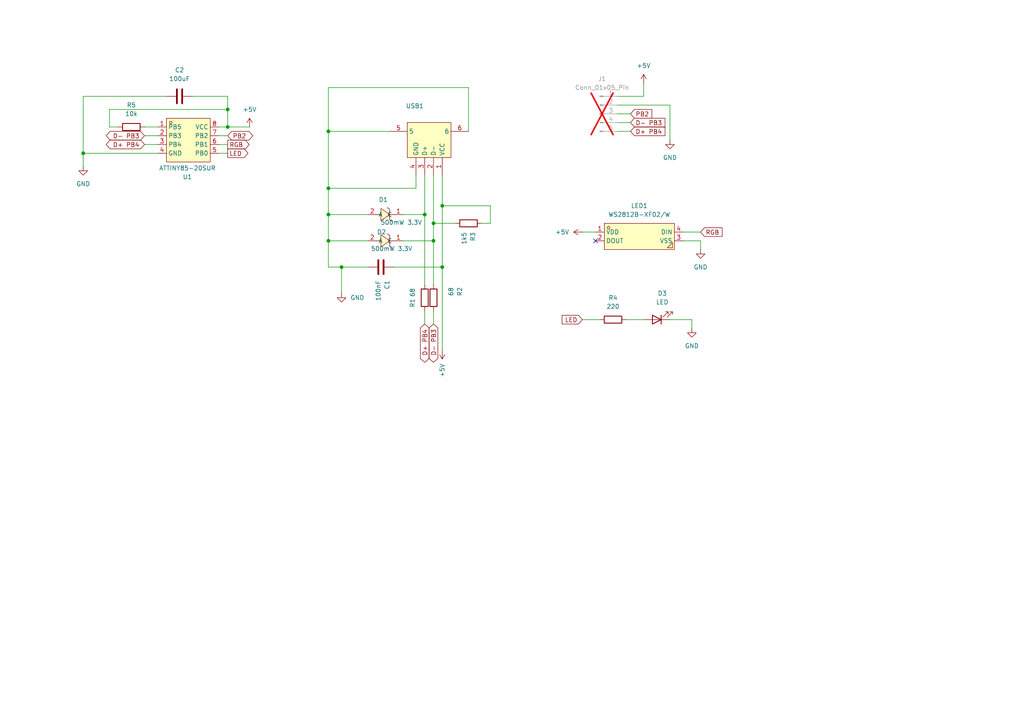
<source format=kicad_sch>
(kicad_sch
	(version 20231120)
	(generator "eeschema")
	(generator_version "8.0")
	(uuid "4b505704-58d7-4332-ae15-1331ebc8e354")
	(paper "A4")
	(lib_symbols
		(symbol "Connector:Conn_01x05_Pin"
			(pin_names
				(offset 1.016) hide)
			(exclude_from_sim no)
			(in_bom yes)
			(on_board yes)
			(property "Reference" "J"
				(at 0 7.62 0)
				(effects
					(font
						(size 1.27 1.27)
					)
				)
			)
			(property "Value" "Conn_01x05_Pin"
				(at 0 -7.62 0)
				(effects
					(font
						(size 1.27 1.27)
					)
				)
			)
			(property "Footprint" ""
				(at 0 0 0)
				(effects
					(font
						(size 1.27 1.27)
					)
					(hide yes)
				)
			)
			(property "Datasheet" "~"
				(at 0 0 0)
				(effects
					(font
						(size 1.27 1.27)
					)
					(hide yes)
				)
			)
			(property "Description" "Generic connector, single row, 01x05, script generated"
				(at 0 0 0)
				(effects
					(font
						(size 1.27 1.27)
					)
					(hide yes)
				)
			)
			(property "ki_locked" ""
				(at 0 0 0)
				(effects
					(font
						(size 1.27 1.27)
					)
				)
			)
			(property "ki_keywords" "connector"
				(at 0 0 0)
				(effects
					(font
						(size 1.27 1.27)
					)
					(hide yes)
				)
			)
			(property "ki_fp_filters" "Connector*:*_1x??_*"
				(at 0 0 0)
				(effects
					(font
						(size 1.27 1.27)
					)
					(hide yes)
				)
			)
			(symbol "Conn_01x05_Pin_1_1"
				(polyline
					(pts
						(xy 1.27 -5.08) (xy 0.8636 -5.08)
					)
					(stroke
						(width 0.1524)
						(type default)
					)
					(fill
						(type none)
					)
				)
				(polyline
					(pts
						(xy 1.27 -2.54) (xy 0.8636 -2.54)
					)
					(stroke
						(width 0.1524)
						(type default)
					)
					(fill
						(type none)
					)
				)
				(polyline
					(pts
						(xy 1.27 0) (xy 0.8636 0)
					)
					(stroke
						(width 0.1524)
						(type default)
					)
					(fill
						(type none)
					)
				)
				(polyline
					(pts
						(xy 1.27 2.54) (xy 0.8636 2.54)
					)
					(stroke
						(width 0.1524)
						(type default)
					)
					(fill
						(type none)
					)
				)
				(polyline
					(pts
						(xy 1.27 5.08) (xy 0.8636 5.08)
					)
					(stroke
						(width 0.1524)
						(type default)
					)
					(fill
						(type none)
					)
				)
				(rectangle
					(start 0.8636 -4.953)
					(end 0 -5.207)
					(stroke
						(width 0.1524)
						(type default)
					)
					(fill
						(type outline)
					)
				)
				(rectangle
					(start 0.8636 -2.413)
					(end 0 -2.667)
					(stroke
						(width 0.1524)
						(type default)
					)
					(fill
						(type outline)
					)
				)
				(rectangle
					(start 0.8636 0.127)
					(end 0 -0.127)
					(stroke
						(width 0.1524)
						(type default)
					)
					(fill
						(type outline)
					)
				)
				(rectangle
					(start 0.8636 2.667)
					(end 0 2.413)
					(stroke
						(width 0.1524)
						(type default)
					)
					(fill
						(type outline)
					)
				)
				(rectangle
					(start 0.8636 5.207)
					(end 0 4.953)
					(stroke
						(width 0.1524)
						(type default)
					)
					(fill
						(type outline)
					)
				)
				(pin passive line
					(at 5.08 5.08 180)
					(length 3.81)
					(name "Pin_1"
						(effects
							(font
								(size 1.27 1.27)
							)
						)
					)
					(number "1"
						(effects
							(font
								(size 1.27 1.27)
							)
						)
					)
				)
				(pin passive line
					(at 5.08 2.54 180)
					(length 3.81)
					(name "Pin_2"
						(effects
							(font
								(size 1.27 1.27)
							)
						)
					)
					(number "2"
						(effects
							(font
								(size 1.27 1.27)
							)
						)
					)
				)
				(pin passive line
					(at 5.08 0 180)
					(length 3.81)
					(name "Pin_3"
						(effects
							(font
								(size 1.27 1.27)
							)
						)
					)
					(number "3"
						(effects
							(font
								(size 1.27 1.27)
							)
						)
					)
				)
				(pin passive line
					(at 5.08 -2.54 180)
					(length 3.81)
					(name "Pin_4"
						(effects
							(font
								(size 1.27 1.27)
							)
						)
					)
					(number "4"
						(effects
							(font
								(size 1.27 1.27)
							)
						)
					)
				)
				(pin passive line
					(at 5.08 -5.08 180)
					(length 3.81)
					(name "Pin_5"
						(effects
							(font
								(size 1.27 1.27)
							)
						)
					)
					(number "5"
						(effects
							(font
								(size 1.27 1.27)
							)
						)
					)
				)
			)
		)
		(symbol "Device:C"
			(pin_numbers hide)
			(pin_names
				(offset 0.254)
			)
			(exclude_from_sim no)
			(in_bom yes)
			(on_board yes)
			(property "Reference" "C"
				(at 0.635 2.54 0)
				(effects
					(font
						(size 1.27 1.27)
					)
					(justify left)
				)
			)
			(property "Value" "C"
				(at 0.635 -2.54 0)
				(effects
					(font
						(size 1.27 1.27)
					)
					(justify left)
				)
			)
			(property "Footprint" ""
				(at 0.9652 -3.81 0)
				(effects
					(font
						(size 1.27 1.27)
					)
					(hide yes)
				)
			)
			(property "Datasheet" "~"
				(at 0 0 0)
				(effects
					(font
						(size 1.27 1.27)
					)
					(hide yes)
				)
			)
			(property "Description" "Unpolarized capacitor"
				(at 0 0 0)
				(effects
					(font
						(size 1.27 1.27)
					)
					(hide yes)
				)
			)
			(property "ki_keywords" "cap capacitor"
				(at 0 0 0)
				(effects
					(font
						(size 1.27 1.27)
					)
					(hide yes)
				)
			)
			(property "ki_fp_filters" "C_*"
				(at 0 0 0)
				(effects
					(font
						(size 1.27 1.27)
					)
					(hide yes)
				)
			)
			(symbol "C_0_1"
				(polyline
					(pts
						(xy -2.032 -0.762) (xy 2.032 -0.762)
					)
					(stroke
						(width 0.508)
						(type default)
					)
					(fill
						(type none)
					)
				)
				(polyline
					(pts
						(xy -2.032 0.762) (xy 2.032 0.762)
					)
					(stroke
						(width 0.508)
						(type default)
					)
					(fill
						(type none)
					)
				)
			)
			(symbol "C_1_1"
				(pin passive line
					(at 0 3.81 270)
					(length 2.794)
					(name "~"
						(effects
							(font
								(size 1.27 1.27)
							)
						)
					)
					(number "1"
						(effects
							(font
								(size 1.27 1.27)
							)
						)
					)
				)
				(pin passive line
					(at 0 -3.81 90)
					(length 2.794)
					(name "~"
						(effects
							(font
								(size 1.27 1.27)
							)
						)
					)
					(number "2"
						(effects
							(font
								(size 1.27 1.27)
							)
						)
					)
				)
			)
		)
		(symbol "Device:LED"
			(pin_numbers hide)
			(pin_names
				(offset 1.016) hide)
			(exclude_from_sim no)
			(in_bom yes)
			(on_board yes)
			(property "Reference" "D"
				(at 0 2.54 0)
				(effects
					(font
						(size 1.27 1.27)
					)
				)
			)
			(property "Value" "LED"
				(at 0 -2.54 0)
				(effects
					(font
						(size 1.27 1.27)
					)
				)
			)
			(property "Footprint" ""
				(at 0 0 0)
				(effects
					(font
						(size 1.27 1.27)
					)
					(hide yes)
				)
			)
			(property "Datasheet" "~"
				(at 0 0 0)
				(effects
					(font
						(size 1.27 1.27)
					)
					(hide yes)
				)
			)
			(property "Description" "Light emitting diode"
				(at 0 0 0)
				(effects
					(font
						(size 1.27 1.27)
					)
					(hide yes)
				)
			)
			(property "ki_keywords" "LED diode"
				(at 0 0 0)
				(effects
					(font
						(size 1.27 1.27)
					)
					(hide yes)
				)
			)
			(property "ki_fp_filters" "LED* LED_SMD:* LED_THT:*"
				(at 0 0 0)
				(effects
					(font
						(size 1.27 1.27)
					)
					(hide yes)
				)
			)
			(symbol "LED_0_1"
				(polyline
					(pts
						(xy -1.27 -1.27) (xy -1.27 1.27)
					)
					(stroke
						(width 0.254)
						(type default)
					)
					(fill
						(type none)
					)
				)
				(polyline
					(pts
						(xy -1.27 0) (xy 1.27 0)
					)
					(stroke
						(width 0)
						(type default)
					)
					(fill
						(type none)
					)
				)
				(polyline
					(pts
						(xy 1.27 -1.27) (xy 1.27 1.27) (xy -1.27 0) (xy 1.27 -1.27)
					)
					(stroke
						(width 0.254)
						(type default)
					)
					(fill
						(type none)
					)
				)
				(polyline
					(pts
						(xy -3.048 -0.762) (xy -4.572 -2.286) (xy -3.81 -2.286) (xy -4.572 -2.286) (xy -4.572 -1.524)
					)
					(stroke
						(width 0)
						(type default)
					)
					(fill
						(type none)
					)
				)
				(polyline
					(pts
						(xy -1.778 -0.762) (xy -3.302 -2.286) (xy -2.54 -2.286) (xy -3.302 -2.286) (xy -3.302 -1.524)
					)
					(stroke
						(width 0)
						(type default)
					)
					(fill
						(type none)
					)
				)
			)
			(symbol "LED_1_1"
				(pin passive line
					(at -3.81 0 0)
					(length 2.54)
					(name "K"
						(effects
							(font
								(size 1.27 1.27)
							)
						)
					)
					(number "1"
						(effects
							(font
								(size 1.27 1.27)
							)
						)
					)
				)
				(pin passive line
					(at 3.81 0 180)
					(length 2.54)
					(name "A"
						(effects
							(font
								(size 1.27 1.27)
							)
						)
					)
					(number "2"
						(effects
							(font
								(size 1.27 1.27)
							)
						)
					)
				)
			)
		)
		(symbol "Device:R"
			(pin_numbers hide)
			(pin_names
				(offset 0)
			)
			(exclude_from_sim no)
			(in_bom yes)
			(on_board yes)
			(property "Reference" "R"
				(at 2.032 0 90)
				(effects
					(font
						(size 1.27 1.27)
					)
				)
			)
			(property "Value" "R"
				(at 0 0 90)
				(effects
					(font
						(size 1.27 1.27)
					)
				)
			)
			(property "Footprint" ""
				(at -1.778 0 90)
				(effects
					(font
						(size 1.27 1.27)
					)
					(hide yes)
				)
			)
			(property "Datasheet" "~"
				(at 0 0 0)
				(effects
					(font
						(size 1.27 1.27)
					)
					(hide yes)
				)
			)
			(property "Description" "Resistor"
				(at 0 0 0)
				(effects
					(font
						(size 1.27 1.27)
					)
					(hide yes)
				)
			)
			(property "ki_keywords" "R res resistor"
				(at 0 0 0)
				(effects
					(font
						(size 1.27 1.27)
					)
					(hide yes)
				)
			)
			(property "ki_fp_filters" "R_*"
				(at 0 0 0)
				(effects
					(font
						(size 1.27 1.27)
					)
					(hide yes)
				)
			)
			(symbol "R_0_1"
				(rectangle
					(start -1.016 -2.54)
					(end 1.016 2.54)
					(stroke
						(width 0.254)
						(type default)
					)
					(fill
						(type none)
					)
				)
			)
			(symbol "R_1_1"
				(pin passive line
					(at 0 3.81 270)
					(length 1.27)
					(name "~"
						(effects
							(font
								(size 1.27 1.27)
							)
						)
					)
					(number "1"
						(effects
							(font
								(size 1.27 1.27)
							)
						)
					)
				)
				(pin passive line
					(at 0 -3.81 90)
					(length 1.27)
					(name "~"
						(effects
							(font
								(size 1.27 1.27)
							)
						)
					)
					(number "2"
						(effects
							(font
								(size 1.27 1.27)
							)
						)
					)
				)
			)
		)
		(symbol "easyeda2kicad:ATTINY85-20SUR"
			(exclude_from_sim no)
			(in_bom yes)
			(on_board yes)
			(property "Reference" "U"
				(at 0 8.89 0)
				(effects
					(font
						(size 1.27 1.27)
					)
				)
			)
			(property "Value" "ATTINY85-20SUR"
				(at 0 -8.89 0)
				(effects
					(font
						(size 1.27 1.27)
					)
				)
			)
			(property "Footprint" "easyeda2kicad:SOIC-8_L5.3-W5.3-P1.27-LS8.0-BL"
				(at 0 -11.43 0)
				(effects
					(font
						(size 1.27 1.27)
					)
					(hide yes)
				)
			)
			(property "Datasheet" ""
				(at 0 0 0)
				(effects
					(font
						(size 1.27 1.27)
					)
					(hide yes)
				)
			)
			(property "Description" ""
				(at 0 0 0)
				(effects
					(font
						(size 1.27 1.27)
					)
					(hide yes)
				)
			)
			(property "LCSC Part" "C2693737"
				(at 0 -13.97 0)
				(effects
					(font
						(size 1.27 1.27)
					)
					(hide yes)
				)
			)
			(symbol "ATTINY85-20SUR_0_1"
				(rectangle
					(start -6.35 6.35)
					(end 6.35 -6.35)
					(stroke
						(width 0)
						(type default)
					)
					(fill
						(type background)
					)
				)
				(circle
					(center -5.08 5.08)
					(radius 0.38)
					(stroke
						(width 0)
						(type default)
					)
					(fill
						(type none)
					)
				)
				(pin bidirectional line
					(at -8.89 3.81 0)
					(length 2.54)
					(name "PB5"
						(effects
							(font
								(size 1.27 1.27)
							)
						)
					)
					(number "1"
						(effects
							(font
								(size 1.27 1.27)
							)
						)
					)
				)
				(pin bidirectional line
					(at -8.89 1.27 0)
					(length 2.54)
					(name "PB3"
						(effects
							(font
								(size 1.27 1.27)
							)
						)
					)
					(number "2"
						(effects
							(font
								(size 1.27 1.27)
							)
						)
					)
				)
				(pin bidirectional line
					(at -8.89 -1.27 0)
					(length 2.54)
					(name "PB4"
						(effects
							(font
								(size 1.27 1.27)
							)
						)
					)
					(number "3"
						(effects
							(font
								(size 1.27 1.27)
							)
						)
					)
				)
				(pin power_in line
					(at -8.89 -3.81 0)
					(length 2.54)
					(name "GND"
						(effects
							(font
								(size 1.27 1.27)
							)
						)
					)
					(number "4"
						(effects
							(font
								(size 1.27 1.27)
							)
						)
					)
				)
				(pin bidirectional line
					(at 8.89 -3.81 180)
					(length 2.54)
					(name "PB0"
						(effects
							(font
								(size 1.27 1.27)
							)
						)
					)
					(number "5"
						(effects
							(font
								(size 1.27 1.27)
							)
						)
					)
				)
				(pin bidirectional line
					(at 8.89 -1.27 180)
					(length 2.54)
					(name "PB1"
						(effects
							(font
								(size 1.27 1.27)
							)
						)
					)
					(number "6"
						(effects
							(font
								(size 1.27 1.27)
							)
						)
					)
				)
				(pin bidirectional line
					(at 8.89 1.27 180)
					(length 2.54)
					(name "PB2"
						(effects
							(font
								(size 1.27 1.27)
							)
						)
					)
					(number "7"
						(effects
							(font
								(size 1.27 1.27)
							)
						)
					)
				)
				(pin power_in line
					(at 8.89 3.81 180)
					(length 2.54)
					(name "VCC"
						(effects
							(font
								(size 1.27 1.27)
							)
						)
					)
					(number "8"
						(effects
							(font
								(size 1.27 1.27)
							)
						)
					)
				)
			)
		)
		(symbol "easyeda2kicad:BZT52-C3V3_R1_00001"
			(exclude_from_sim no)
			(in_bom yes)
			(on_board yes)
			(property "Reference" "U"
				(at 0 5.08 0)
				(effects
					(font
						(size 1.27 1.27)
					)
				)
			)
			(property "Value" "BZT52-C3V3_R1_00001"
				(at 0 -5.08 0)
				(effects
					(font
						(size 1.27 1.27)
					)
				)
			)
			(property "Footprint" "easyeda2kicad:SOD-123_L2.7-W1.6-LS3.8-RD"
				(at 0 -7.62 0)
				(effects
					(font
						(size 1.27 1.27)
					)
					(hide yes)
				)
			)
			(property "Datasheet" ""
				(at 0 0 0)
				(effects
					(font
						(size 1.27 1.27)
					)
					(hide yes)
				)
			)
			(property "Description" ""
				(at 0 0 0)
				(effects
					(font
						(size 1.27 1.27)
					)
					(hide yes)
				)
			)
			(property "LCSC Part" "C2912873"
				(at 0 -10.16 0)
				(effects
					(font
						(size 1.27 1.27)
					)
					(hide yes)
				)
			)
			(symbol "BZT52-C3V3_R1_00001_0_1"
				(polyline
					(pts
						(xy -1.27 0) (xy -2.54 0)
					)
					(stroke
						(width 0)
						(type default)
					)
					(fill
						(type none)
					)
				)
				(polyline
					(pts
						(xy 2.54 0) (xy 1.27 0)
					)
					(stroke
						(width 0)
						(type default)
					)
					(fill
						(type none)
					)
				)
				(polyline
					(pts
						(xy -2.03 2.03) (xy -1.27 1.52) (xy -1.27 -1.52) (xy -0.51 -2.03)
					)
					(stroke
						(width 0)
						(type default)
					)
					(fill
						(type none)
					)
				)
				(polyline
					(pts
						(xy 1.27 1.78) (xy -1.27 0) (xy 1.27 -1.78) (xy 1.27 1.78)
					)
					(stroke
						(width 0)
						(type default)
					)
					(fill
						(type background)
					)
				)
				(pin passive line
					(at -5.08 0 0)
					(length 2.54)
					(name "C"
						(effects
							(font
								(size 1.27 1.27)
							)
						)
					)
					(number "1"
						(effects
							(font
								(size 1.27 1.27)
							)
						)
					)
				)
				(pin passive line
					(at 5.08 0 180)
					(length 2.54)
					(name "A"
						(effects
							(font
								(size 1.27 1.27)
							)
						)
					)
					(number "2"
						(effects
							(font
								(size 1.27 1.27)
							)
						)
					)
				)
			)
		)
		(symbol "easyeda2kicad:U-G-04WS-W-04"
			(exclude_from_sim no)
			(in_bom yes)
			(on_board yes)
			(property "Reference" "USB"
				(at 0 17.78 0)
				(effects
					(font
						(size 1.27 1.27)
					)
				)
			)
			(property "Value" "U-G-04WS-W-04"
				(at 0 -15.24 0)
				(effects
					(font
						(size 1.27 1.27)
					)
				)
			)
			(property "Footprint" "easyeda2kicad:USB-TH_U-G-04WS-W-04"
				(at 0 -17.78 0)
				(effects
					(font
						(size 1.27 1.27)
					)
					(hide yes)
				)
			)
			(property "Datasheet" "https://lcsc.com/product-detail/USB-Connectors_Korean-Hroparts-Elec-U-G-04WS-W-04_C879725.html"
				(at 0 -20.32 0)
				(effects
					(font
						(size 1.27 1.27)
					)
					(hide yes)
				)
			)
			(property "Description" ""
				(at 0 0 0)
				(effects
					(font
						(size 1.27 1.27)
					)
					(hide yes)
				)
			)
			(property "LCSC Part" "C879725"
				(at 0 -22.86 0)
				(effects
					(font
						(size 1.27 1.27)
					)
					(hide yes)
				)
			)
			(symbol "U-G-04WS-W-04_0_1"
				(rectangle
					(start -7.62 7.62)
					(end 2.54 -5.08)
					(stroke
						(width 0)
						(type default)
					)
					(fill
						(type background)
					)
				)
				(pin power_out line
					(at 7.62 5.08 180)
					(length 5.08)
					(name "VCC"
						(effects
							(font
								(size 1.27 1.27)
							)
						)
					)
					(number "1"
						(effects
							(font
								(size 1.27 1.27)
							)
						)
					)
				)
				(pin bidirectional line
					(at 7.62 2.54 180)
					(length 5.08)
					(name "D-"
						(effects
							(font
								(size 1.27 1.27)
							)
						)
					)
					(number "2"
						(effects
							(font
								(size 1.27 1.27)
							)
						)
					)
				)
				(pin bidirectional line
					(at 7.62 0 180)
					(length 5.08)
					(name "D+"
						(effects
							(font
								(size 1.27 1.27)
							)
						)
					)
					(number "3"
						(effects
							(font
								(size 1.27 1.27)
							)
						)
					)
				)
				(pin power_out line
					(at 7.62 -2.54 180)
					(length 5.08)
					(name "GND"
						(effects
							(font
								(size 1.27 1.27)
							)
						)
					)
					(number "4"
						(effects
							(font
								(size 1.27 1.27)
							)
						)
					)
				)
				(pin power_in line
					(at -5.08 -10.16 90)
					(length 5.08)
					(name "5"
						(effects
							(font
								(size 1.27 1.27)
							)
						)
					)
					(number "5"
						(effects
							(font
								(size 1.27 1.27)
							)
						)
					)
				)
				(pin power_in line
					(at -5.08 12.7 270)
					(length 5.08)
					(name "6"
						(effects
							(font
								(size 1.27 1.27)
							)
						)
					)
					(number "6"
						(effects
							(font
								(size 1.27 1.27)
							)
						)
					)
				)
			)
		)
		(symbol "easyeda2kicad:WS2812B-XF02_W"
			(exclude_from_sim no)
			(in_bom yes)
			(on_board yes)
			(property "Reference" "LED"
				(at 0 7.62 0)
				(effects
					(font
						(size 1.27 1.27)
					)
				)
			)
			(property "Value" "WS2812B-XF02/W"
				(at 0 -5.08 0)
				(effects
					(font
						(size 1.27 1.27)
					)
				)
			)
			(property "Footprint" "easyeda2kicad:LED-SMD_4P-L5.0-W5.0-TL"
				(at 0 -7.62 0)
				(effects
					(font
						(size 1.27 1.27)
					)
					(hide yes)
				)
			)
			(property "Datasheet" ""
				(at 0 0 0)
				(effects
					(font
						(size 1.27 1.27)
					)
					(hide yes)
				)
			)
			(property "Description" ""
				(at 0 0 0)
				(effects
					(font
						(size 1.27 1.27)
					)
					(hide yes)
				)
			)
			(property "LCSC Part" "C4154882"
				(at 0 -10.16 0)
				(effects
					(font
						(size 1.27 1.27)
					)
					(hide yes)
				)
			)
			(symbol "WS2812B-XF02_W_0_1"
				(rectangle
					(start -10.16 5.08)
					(end 10.16 -2.54)
					(stroke
						(width 0)
						(type default)
					)
					(fill
						(type background)
					)
				)
				(circle
					(center -8.89 3.81)
					(radius 0.38)
					(stroke
						(width 0)
						(type default)
					)
					(fill
						(type none)
					)
				)
				(polyline
					(pts
						(xy 9.65 -0.51) (xy 9.65 -2.03) (xy 8.13 -2.03) (xy 9.65 -0.51)
					)
					(stroke
						(width 0)
						(type default)
					)
					(fill
						(type background)
					)
				)
				(pin power_in line
					(at -12.7 2.54 0)
					(length 2.54)
					(name "VDD"
						(effects
							(font
								(size 1.27 1.27)
							)
						)
					)
					(number "1"
						(effects
							(font
								(size 1.27 1.27)
							)
						)
					)
				)
				(pin output line
					(at -12.7 0 0)
					(length 2.54)
					(name "DOUT"
						(effects
							(font
								(size 1.27 1.27)
							)
						)
					)
					(number "2"
						(effects
							(font
								(size 1.27 1.27)
							)
						)
					)
				)
				(pin power_in line
					(at 12.7 0 180)
					(length 2.54)
					(name "VSS"
						(effects
							(font
								(size 1.27 1.27)
							)
						)
					)
					(number "3"
						(effects
							(font
								(size 1.27 1.27)
							)
						)
					)
				)
				(pin input line
					(at 12.7 2.54 180)
					(length 2.54)
					(name "DIN"
						(effects
							(font
								(size 1.27 1.27)
							)
						)
					)
					(number "4"
						(effects
							(font
								(size 1.27 1.27)
							)
						)
					)
				)
			)
		)
		(symbol "power:+5V"
			(power)
			(pin_numbers hide)
			(pin_names
				(offset 0) hide)
			(exclude_from_sim no)
			(in_bom yes)
			(on_board yes)
			(property "Reference" "#PWR"
				(at 0 -3.81 0)
				(effects
					(font
						(size 1.27 1.27)
					)
					(hide yes)
				)
			)
			(property "Value" "+5V"
				(at 0 3.556 0)
				(effects
					(font
						(size 1.27 1.27)
					)
				)
			)
			(property "Footprint" ""
				(at 0 0 0)
				(effects
					(font
						(size 1.27 1.27)
					)
					(hide yes)
				)
			)
			(property "Datasheet" ""
				(at 0 0 0)
				(effects
					(font
						(size 1.27 1.27)
					)
					(hide yes)
				)
			)
			(property "Description" "Power symbol creates a global label with name \"+5V\""
				(at 0 0 0)
				(effects
					(font
						(size 1.27 1.27)
					)
					(hide yes)
				)
			)
			(property "ki_keywords" "global power"
				(at 0 0 0)
				(effects
					(font
						(size 1.27 1.27)
					)
					(hide yes)
				)
			)
			(symbol "+5V_0_1"
				(polyline
					(pts
						(xy -0.762 1.27) (xy 0 2.54)
					)
					(stroke
						(width 0)
						(type default)
					)
					(fill
						(type none)
					)
				)
				(polyline
					(pts
						(xy 0 0) (xy 0 2.54)
					)
					(stroke
						(width 0)
						(type default)
					)
					(fill
						(type none)
					)
				)
				(polyline
					(pts
						(xy 0 2.54) (xy 0.762 1.27)
					)
					(stroke
						(width 0)
						(type default)
					)
					(fill
						(type none)
					)
				)
			)
			(symbol "+5V_1_1"
				(pin power_in line
					(at 0 0 90)
					(length 0)
					(name "~"
						(effects
							(font
								(size 1.27 1.27)
							)
						)
					)
					(number "1"
						(effects
							(font
								(size 1.27 1.27)
							)
						)
					)
				)
			)
		)
		(symbol "power:GND"
			(power)
			(pin_numbers hide)
			(pin_names
				(offset 0) hide)
			(exclude_from_sim no)
			(in_bom yes)
			(on_board yes)
			(property "Reference" "#PWR"
				(at 0 -6.35 0)
				(effects
					(font
						(size 1.27 1.27)
					)
					(hide yes)
				)
			)
			(property "Value" "GND"
				(at 0 -3.81 0)
				(effects
					(font
						(size 1.27 1.27)
					)
				)
			)
			(property "Footprint" ""
				(at 0 0 0)
				(effects
					(font
						(size 1.27 1.27)
					)
					(hide yes)
				)
			)
			(property "Datasheet" ""
				(at 0 0 0)
				(effects
					(font
						(size 1.27 1.27)
					)
					(hide yes)
				)
			)
			(property "Description" "Power symbol creates a global label with name \"GND\" , ground"
				(at 0 0 0)
				(effects
					(font
						(size 1.27 1.27)
					)
					(hide yes)
				)
			)
			(property "ki_keywords" "global power"
				(at 0 0 0)
				(effects
					(font
						(size 1.27 1.27)
					)
					(hide yes)
				)
			)
			(symbol "GND_0_1"
				(polyline
					(pts
						(xy 0 0) (xy 0 -1.27) (xy 1.27 -1.27) (xy 0 -2.54) (xy -1.27 -1.27) (xy 0 -1.27)
					)
					(stroke
						(width 0)
						(type default)
					)
					(fill
						(type none)
					)
				)
			)
			(symbol "GND_1_1"
				(pin power_in line
					(at 0 0 270)
					(length 0)
					(name "~"
						(effects
							(font
								(size 1.27 1.27)
							)
						)
					)
					(number "1"
						(effects
							(font
								(size 1.27 1.27)
							)
						)
					)
				)
			)
		)
	)
	(junction
		(at 95.25 54.61)
		(diameter 0)
		(color 0 0 0 0)
		(uuid "10249ecc-3192-42a4-afeb-350d712943f0")
	)
	(junction
		(at 95.25 62.23)
		(diameter 0)
		(color 0 0 0 0)
		(uuid "27a5fbec-9296-4a23-ac6b-116fc6845dd6")
	)
	(junction
		(at 125.73 64.77)
		(diameter 0)
		(color 0 0 0 0)
		(uuid "41877699-8616-4fbf-b59d-8e212670d7e3")
	)
	(junction
		(at 66.04 36.83)
		(diameter 0)
		(color 0 0 0 0)
		(uuid "41bc1479-7395-4468-a744-a6e46a744f1e")
	)
	(junction
		(at 128.27 59.69)
		(diameter 0)
		(color 0 0 0 0)
		(uuid "71cfb2b1-532a-4430-a02b-31fbf83ca7c5")
	)
	(junction
		(at 95.25 38.1)
		(diameter 0)
		(color 0 0 0 0)
		(uuid "7a6e2709-2dc1-4866-929f-c923116b4b38")
	)
	(junction
		(at 128.27 77.47)
		(diameter 0)
		(color 0 0 0 0)
		(uuid "9245d006-00e5-4da2-a846-f4b4f6325827")
	)
	(junction
		(at 24.13 44.45)
		(diameter 0)
		(color 0 0 0 0)
		(uuid "93fbf7ef-d7e2-4485-92b3-61ca409fef7c")
	)
	(junction
		(at 66.04 31.75)
		(diameter 0)
		(color 0 0 0 0)
		(uuid "b95c6f7d-dad6-4378-8572-57f942d4ca7e")
	)
	(junction
		(at 95.25 69.85)
		(diameter 0)
		(color 0 0 0 0)
		(uuid "c41e78be-feda-42a5-9c3c-9b250aaf6624")
	)
	(junction
		(at 99.06 77.47)
		(diameter 0)
		(color 0 0 0 0)
		(uuid "d43f996a-86b5-4022-8a15-dc6a23d42bff")
	)
	(junction
		(at 125.73 69.85)
		(diameter 0)
		(color 0 0 0 0)
		(uuid "e42584fc-996b-400e-890a-d163e93684d2")
	)
	(junction
		(at 123.19 62.23)
		(diameter 0)
		(color 0 0 0 0)
		(uuid "ecfa6a60-1eca-4ff8-b47d-acf5078828bb")
	)
	(no_connect
		(at 172.72 69.85)
		(uuid "d955303c-a03e-407c-a6a9-765478c71c91")
	)
	(wire
		(pts
			(xy 95.25 69.85) (xy 95.25 62.23)
		)
		(stroke
			(width 0)
			(type default)
		)
		(uuid "014144c5-14b5-47d4-af42-d752ff0b1e88")
	)
	(wire
		(pts
			(xy 31.75 36.83) (xy 34.29 36.83)
		)
		(stroke
			(width 0)
			(type default)
		)
		(uuid "01a49f61-72fb-4d1e-809b-de59802056de")
	)
	(wire
		(pts
			(xy 66.04 31.75) (xy 66.04 36.83)
		)
		(stroke
			(width 0)
			(type default)
		)
		(uuid "0a1cb844-4c0d-4bdf-95ce-1ac0c4a156a7")
	)
	(wire
		(pts
			(xy 24.13 27.94) (xy 24.13 44.45)
		)
		(stroke
			(width 0)
			(type default)
		)
		(uuid "0be2d8bd-d6bb-4a3d-a902-6c97a0fa7925")
	)
	(wire
		(pts
			(xy 123.19 50.8) (xy 123.19 62.23)
		)
		(stroke
			(width 0)
			(type default)
		)
		(uuid "0f51e2d0-75f4-4799-ab99-e5a28db2f765")
	)
	(wire
		(pts
			(xy 198.12 67.31) (xy 203.2 67.31)
		)
		(stroke
			(width 0)
			(type default)
		)
		(uuid "10505965-5b2d-473e-b2b9-d4e9137777f5")
	)
	(wire
		(pts
			(xy 128.27 77.47) (xy 114.3 77.47)
		)
		(stroke
			(width 0)
			(type default)
		)
		(uuid "10ae723b-1fbc-4920-9728-9a74b0c7f012")
	)
	(wire
		(pts
			(xy 63.5 39.37) (xy 66.04 39.37)
		)
		(stroke
			(width 0)
			(type default)
		)
		(uuid "1168ea3f-9a53-4f1a-bbcb-e0d5e14ee629")
	)
	(wire
		(pts
			(xy 142.24 59.69) (xy 128.27 59.69)
		)
		(stroke
			(width 0)
			(type default)
		)
		(uuid "1917672c-c774-4b57-b68e-94bc2877a006")
	)
	(wire
		(pts
			(xy 168.91 67.31) (xy 172.72 67.31)
		)
		(stroke
			(width 0)
			(type default)
		)
		(uuid "22a5c884-10f2-4a0f-8a25-91b9268a7b80")
	)
	(wire
		(pts
			(xy 125.73 69.85) (xy 125.73 82.55)
		)
		(stroke
			(width 0)
			(type default)
		)
		(uuid "2787e1d3-a549-408d-8b85-686515d698a4")
	)
	(wire
		(pts
			(xy 99.06 77.47) (xy 99.06 85.09)
		)
		(stroke
			(width 0)
			(type default)
		)
		(uuid "2f132792-010f-449f-b518-220e97370cc5")
	)
	(wire
		(pts
			(xy 99.06 77.47) (xy 106.68 77.47)
		)
		(stroke
			(width 0)
			(type default)
		)
		(uuid "32b016c6-8cbb-4f01-83e3-122f51e041a6")
	)
	(wire
		(pts
			(xy 132.08 64.77) (xy 125.73 64.77)
		)
		(stroke
			(width 0)
			(type default)
		)
		(uuid "365dad41-dd06-4bf8-97d9-f729487a5b1b")
	)
	(wire
		(pts
			(xy 95.25 77.47) (xy 95.25 69.85)
		)
		(stroke
			(width 0)
			(type default)
		)
		(uuid "3af4e4c0-e22f-4138-9fa9-3e48ee9ededa")
	)
	(wire
		(pts
			(xy 200.66 92.71) (xy 194.31 92.71)
		)
		(stroke
			(width 0)
			(type default)
		)
		(uuid "3b3e669f-4120-491f-be9b-8247b22039e3")
	)
	(wire
		(pts
			(xy 179.07 38.1) (xy 182.88 38.1)
		)
		(stroke
			(width 0)
			(type default)
		)
		(uuid "469db1a5-3bdf-4d51-8403-7d70002a8ee6")
	)
	(wire
		(pts
			(xy 125.73 90.17) (xy 125.73 93.98)
		)
		(stroke
			(width 0)
			(type default)
		)
		(uuid "469f979d-237b-44dc-80a1-800835c5020c")
	)
	(wire
		(pts
			(xy 123.19 90.17) (xy 123.19 93.98)
		)
		(stroke
			(width 0)
			(type default)
		)
		(uuid "4b8aa401-0645-4eae-acc6-fcb4592a8f78")
	)
	(wire
		(pts
			(xy 113.03 38.1) (xy 95.25 38.1)
		)
		(stroke
			(width 0)
			(type default)
		)
		(uuid "4b9368b4-dbc7-4fcf-964f-69f799fa6d5d")
	)
	(wire
		(pts
			(xy 125.73 69.85) (xy 125.73 64.77)
		)
		(stroke
			(width 0)
			(type default)
		)
		(uuid "56522c5a-689a-4954-b213-8c8091d33a49")
	)
	(wire
		(pts
			(xy 139.7 64.77) (xy 142.24 64.77)
		)
		(stroke
			(width 0)
			(type default)
		)
		(uuid "67314ce2-f005-4671-97ab-f8021ff268e2")
	)
	(wire
		(pts
			(xy 179.07 33.02) (xy 182.88 33.02)
		)
		(stroke
			(width 0)
			(type default)
		)
		(uuid "6957274d-2213-4292-9eeb-2e80d1da18f1")
	)
	(wire
		(pts
			(xy 95.25 54.61) (xy 95.25 62.23)
		)
		(stroke
			(width 0)
			(type default)
		)
		(uuid "6ee36f11-ef9d-4de4-be54-234ac5640d7f")
	)
	(wire
		(pts
			(xy 24.13 44.45) (xy 45.72 44.45)
		)
		(stroke
			(width 0)
			(type default)
		)
		(uuid "71370bd3-3ae5-42cf-9a89-6bfba62870e3")
	)
	(wire
		(pts
			(xy 106.68 62.23) (xy 95.25 62.23)
		)
		(stroke
			(width 0)
			(type default)
		)
		(uuid "74cb0c83-aa57-4aa7-bd40-6de40f086a4b")
	)
	(wire
		(pts
			(xy 200.66 95.25) (xy 200.66 92.71)
		)
		(stroke
			(width 0)
			(type default)
		)
		(uuid "75289eb1-2102-470d-a983-d33b55131288")
	)
	(wire
		(pts
			(xy 55.88 27.94) (xy 66.04 27.94)
		)
		(stroke
			(width 0)
			(type default)
		)
		(uuid "85799a22-47f1-410a-b780-c7a76cc418cb")
	)
	(wire
		(pts
			(xy 63.5 44.45) (xy 66.04 44.45)
		)
		(stroke
			(width 0)
			(type default)
		)
		(uuid "88daca84-bf4e-470e-b787-e5defb482547")
	)
	(wire
		(pts
			(xy 125.73 69.85) (xy 116.84 69.85)
		)
		(stroke
			(width 0)
			(type default)
		)
		(uuid "8a4fc55d-d12c-4476-ae18-35a19c2829d9")
	)
	(wire
		(pts
			(xy 194.31 30.48) (xy 194.31 40.64)
		)
		(stroke
			(width 0)
			(type default)
		)
		(uuid "8ada01bb-7c3f-4209-8f0f-78db04b3a62b")
	)
	(wire
		(pts
			(xy 123.19 62.23) (xy 116.84 62.23)
		)
		(stroke
			(width 0)
			(type default)
		)
		(uuid "8c2c6ecc-f01f-47b9-9be5-cd0972f5d1ea")
	)
	(wire
		(pts
			(xy 142.24 59.69) (xy 142.24 64.77)
		)
		(stroke
			(width 0)
			(type default)
		)
		(uuid "8c624bcd-161c-412d-8170-6e6075c9cbcf")
	)
	(wire
		(pts
			(xy 95.25 38.1) (xy 95.25 54.61)
		)
		(stroke
			(width 0)
			(type default)
		)
		(uuid "8d02cc07-0bfc-48f0-acd5-8a80779f7676")
	)
	(wire
		(pts
			(xy 41.91 36.83) (xy 45.72 36.83)
		)
		(stroke
			(width 0)
			(type default)
		)
		(uuid "9301e0c6-f150-42c6-961c-7e8401d7c652")
	)
	(wire
		(pts
			(xy 95.25 25.4) (xy 95.25 38.1)
		)
		(stroke
			(width 0)
			(type default)
		)
		(uuid "94a25400-beff-4a01-89ca-db45f01da5d6")
	)
	(wire
		(pts
			(xy 24.13 48.26) (xy 24.13 44.45)
		)
		(stroke
			(width 0)
			(type default)
		)
		(uuid "94e92529-a6bc-43e8-aed2-66a8b833f86e")
	)
	(wire
		(pts
			(xy 125.73 50.8) (xy 125.73 64.77)
		)
		(stroke
			(width 0)
			(type default)
		)
		(uuid "98b1baa6-820a-4871-acb7-b0e6a4182182")
	)
	(wire
		(pts
			(xy 168.91 92.71) (xy 173.99 92.71)
		)
		(stroke
			(width 0)
			(type default)
		)
		(uuid "a1f6f3e1-bc14-4413-b742-ecc1c11f4d47")
	)
	(wire
		(pts
			(xy 106.68 69.85) (xy 95.25 69.85)
		)
		(stroke
			(width 0)
			(type default)
		)
		(uuid "a4c954fd-eca4-4fa6-8ac4-26a4b464fcdf")
	)
	(wire
		(pts
			(xy 179.07 27.94) (xy 186.69 27.94)
		)
		(stroke
			(width 0)
			(type default)
		)
		(uuid "a5edc050-9d2d-4fb3-b8fb-9f6aa7dd5ed6")
	)
	(wire
		(pts
			(xy 123.19 62.23) (xy 123.19 82.55)
		)
		(stroke
			(width 0)
			(type default)
		)
		(uuid "b052ba96-dfb4-4cc2-92a2-c5d27a212a1a")
	)
	(wire
		(pts
			(xy 99.06 77.47) (xy 95.25 77.47)
		)
		(stroke
			(width 0)
			(type default)
		)
		(uuid "b3be4b5c-e9be-4e35-89e4-2e2e5368c56f")
	)
	(wire
		(pts
			(xy 181.61 92.71) (xy 186.69 92.71)
		)
		(stroke
			(width 0)
			(type default)
		)
		(uuid "b58bc795-62fb-4644-8575-10372b16b376")
	)
	(wire
		(pts
			(xy 63.5 36.83) (xy 66.04 36.83)
		)
		(stroke
			(width 0)
			(type default)
		)
		(uuid "b9c33d47-ec72-4813-8cbf-0135e5b654fa")
	)
	(wire
		(pts
			(xy 128.27 59.69) (xy 128.27 77.47)
		)
		(stroke
			(width 0)
			(type default)
		)
		(uuid "c6fb9d67-93a9-4023-bca1-830d4aa4d6c8")
	)
	(wire
		(pts
			(xy 128.27 77.47) (xy 128.27 101.6)
		)
		(stroke
			(width 0)
			(type default)
		)
		(uuid "c7438ace-8bd4-4928-a1f8-84bf3fcb0588")
	)
	(wire
		(pts
			(xy 135.89 38.1) (xy 135.89 25.4)
		)
		(stroke
			(width 0)
			(type default)
		)
		(uuid "cda4fdea-8596-49bf-8ef0-b0e9cc6f0df1")
	)
	(wire
		(pts
			(xy 66.04 36.83) (xy 72.39 36.83)
		)
		(stroke
			(width 0)
			(type default)
		)
		(uuid "d03f9173-7f8d-46e9-acf7-ef96bcb27ec9")
	)
	(wire
		(pts
			(xy 31.75 36.83) (xy 31.75 31.75)
		)
		(stroke
			(width 0)
			(type default)
		)
		(uuid "d5bcc7df-2b41-406b-9636-fab314f62695")
	)
	(wire
		(pts
			(xy 66.04 27.94) (xy 66.04 31.75)
		)
		(stroke
			(width 0)
			(type default)
		)
		(uuid "da95be12-66ae-4ea0-a95a-2820fcc3aa9c")
	)
	(wire
		(pts
			(xy 31.75 31.75) (xy 66.04 31.75)
		)
		(stroke
			(width 0)
			(type default)
		)
		(uuid "ddedd990-df0d-48a0-b949-765a5fc2b509")
	)
	(wire
		(pts
			(xy 179.07 35.56) (xy 182.88 35.56)
		)
		(stroke
			(width 0)
			(type default)
		)
		(uuid "e0055a47-3a17-4f2e-8ee3-d91758449f9d")
	)
	(wire
		(pts
			(xy 120.65 54.61) (xy 120.65 50.8)
		)
		(stroke
			(width 0)
			(type default)
		)
		(uuid "e26d737d-b0ec-492f-b720-0f624fc8d5dd")
	)
	(wire
		(pts
			(xy 63.5 41.91) (xy 66.04 41.91)
		)
		(stroke
			(width 0)
			(type default)
		)
		(uuid "e680d4fa-37fb-4488-8169-7c6f2b12345c")
	)
	(wire
		(pts
			(xy 186.69 27.94) (xy 186.69 24.13)
		)
		(stroke
			(width 0)
			(type default)
		)
		(uuid "ea41bc83-1fda-4074-810e-33cb1ace6199")
	)
	(wire
		(pts
			(xy 24.13 27.94) (xy 48.26 27.94)
		)
		(stroke
			(width 0)
			(type default)
		)
		(uuid "edd9ac90-3614-4ca0-89e9-2afa2af51507")
	)
	(wire
		(pts
			(xy 203.2 69.85) (xy 198.12 69.85)
		)
		(stroke
			(width 0)
			(type default)
		)
		(uuid "f0e254db-14da-4aa5-b0f5-868fc55ae4dd")
	)
	(wire
		(pts
			(xy 203.2 72.39) (xy 203.2 69.85)
		)
		(stroke
			(width 0)
			(type default)
		)
		(uuid "f6b2a450-c0bf-4b29-a121-c11e5acdc29d")
	)
	(wire
		(pts
			(xy 41.91 39.37) (xy 45.72 39.37)
		)
		(stroke
			(width 0)
			(type default)
		)
		(uuid "f978ca2f-ec3e-47bc-ad27-94666fc806b3")
	)
	(wire
		(pts
			(xy 179.07 30.48) (xy 194.31 30.48)
		)
		(stroke
			(width 0)
			(type default)
		)
		(uuid "f9e4ec37-04ac-4e46-9d2a-85e818e84ffe")
	)
	(wire
		(pts
			(xy 128.27 50.8) (xy 128.27 59.69)
		)
		(stroke
			(width 0)
			(type default)
		)
		(uuid "fb1fd058-ceef-4088-b8a2-714e67133357")
	)
	(wire
		(pts
			(xy 135.89 25.4) (xy 95.25 25.4)
		)
		(stroke
			(width 0)
			(type default)
		)
		(uuid "fc3c7c5c-ed7f-4690-8923-6cfc86fcaf34")
	)
	(wire
		(pts
			(xy 41.91 41.91) (xy 45.72 41.91)
		)
		(stroke
			(width 0)
			(type default)
		)
		(uuid "fecc4728-412c-466c-a146-5bf338b857a5")
	)
	(wire
		(pts
			(xy 95.25 54.61) (xy 120.65 54.61)
		)
		(stroke
			(width 0)
			(type default)
		)
		(uuid "ffcc7c1e-ef2e-4860-8e71-86ead7a6359f")
	)
	(global_label "D+ PB4"
		(shape bidirectional)
		(at 123.19 93.98 270)
		(fields_autoplaced yes)
		(effects
			(font
				(size 1.27 1.27)
			)
			(justify right)
		)
		(uuid "00be03ce-3c40-4171-9f72-facbd6677898")
		(property "Intersheetrefs" "${INTERSHEET_REFS}"
			(at 123.19 105.636 90)
			(effects
				(font
					(size 1.27 1.27)
				)
				(justify right)
				(hide yes)
			)
		)
	)
	(global_label "D- PB3"
		(shape bidirectional)
		(at 41.91 39.37 180)
		(fields_autoplaced yes)
		(effects
			(font
				(size 1.27 1.27)
			)
			(justify right)
		)
		(uuid "11fb8b6a-d9e7-4d63-8162-956865e543ea")
		(property "Intersheetrefs" "${INTERSHEET_REFS}"
			(at 30.254 39.37 0)
			(effects
				(font
					(size 1.27 1.27)
				)
				(justify right)
				(hide yes)
			)
		)
	)
	(global_label "RGB"
		(shape output)
		(at 66.04 41.91 0)
		(fields_autoplaced yes)
		(effects
			(font
				(size 1.27 1.27)
			)
			(justify left)
		)
		(uuid "2522c741-e6ac-4203-8a7b-b1027edf98b7")
		(property "Intersheetrefs" "${INTERSHEET_REFS}"
			(at 72.8352 41.91 0)
			(effects
				(font
					(size 1.27 1.27)
				)
				(justify left)
				(hide yes)
			)
		)
	)
	(global_label "D+ PB4"
		(shape input)
		(at 182.88 38.1 0)
		(fields_autoplaced yes)
		(effects
			(font
				(size 1.27 1.27)
			)
			(justify left)
		)
		(uuid "3582ae72-d597-40f4-b465-77c150aedf1e")
		(property "Intersheetrefs" "${INTERSHEET_REFS}"
			(at 193.4247 38.1 0)
			(effects
				(font
					(size 1.27 1.27)
				)
				(justify left)
				(hide yes)
			)
		)
	)
	(global_label "LED"
		(shape input)
		(at 168.91 92.71 180)
		(fields_autoplaced yes)
		(effects
			(font
				(size 1.27 1.27)
			)
			(justify right)
		)
		(uuid "35e0fc7b-8869-4827-9acf-b9337162543c")
		(property "Intersheetrefs" "${INTERSHEET_REFS}"
			(at 162.4777 92.71 0)
			(effects
				(font
					(size 1.27 1.27)
				)
				(justify right)
				(hide yes)
			)
		)
	)
	(global_label "PB2"
		(shape bidirectional)
		(at 66.04 39.37 0)
		(fields_autoplaced yes)
		(effects
			(font
				(size 1.27 1.27)
			)
			(justify left)
		)
		(uuid "38bef700-e64e-4a92-8223-ee8b84d312ce")
		(property "Intersheetrefs" "${INTERSHEET_REFS}"
			(at 73.886 39.37 0)
			(effects
				(font
					(size 1.27 1.27)
				)
				(justify left)
				(hide yes)
			)
		)
	)
	(global_label "D+ PB4"
		(shape bidirectional)
		(at 41.91 41.91 180)
		(fields_autoplaced yes)
		(effects
			(font
				(size 1.27 1.27)
			)
			(justify right)
		)
		(uuid "5dfb4102-9e46-41db-a2ab-f5af37a0fd17")
		(property "Intersheetrefs" "${INTERSHEET_REFS}"
			(at 30.254 41.91 0)
			(effects
				(font
					(size 1.27 1.27)
				)
				(justify right)
				(hide yes)
			)
		)
	)
	(global_label "PB2"
		(shape input)
		(at 182.88 33.02 0)
		(fields_autoplaced yes)
		(effects
			(font
				(size 1.27 1.27)
			)
			(justify left)
		)
		(uuid "7fc95301-9f52-4476-92a0-b4901658a5ec")
		(property "Intersheetrefs" "${INTERSHEET_REFS}"
			(at 189.6147 33.02 0)
			(effects
				(font
					(size 1.27 1.27)
				)
				(justify left)
				(hide yes)
			)
		)
	)
	(global_label "RGB"
		(shape input)
		(at 203.2 67.31 0)
		(fields_autoplaced yes)
		(effects
			(font
				(size 1.27 1.27)
			)
			(justify left)
		)
		(uuid "986cadd2-3ed7-42f2-ac49-80f6091b4e5e")
		(property "Intersheetrefs" "${INTERSHEET_REFS}"
			(at 209.9952 67.31 0)
			(effects
				(font
					(size 1.27 1.27)
				)
				(justify left)
				(hide yes)
			)
		)
	)
	(global_label "D- PB3"
		(shape input)
		(at 182.88 35.56 0)
		(fields_autoplaced yes)
		(effects
			(font
				(size 1.27 1.27)
			)
			(justify left)
		)
		(uuid "ae06c2a7-cce6-4a4d-b324-4a4538fa2e87")
		(property "Intersheetrefs" "${INTERSHEET_REFS}"
			(at 193.4247 35.56 0)
			(effects
				(font
					(size 1.27 1.27)
				)
				(justify left)
				(hide yes)
			)
		)
	)
	(global_label "LED"
		(shape output)
		(at 66.04 44.45 0)
		(fields_autoplaced yes)
		(effects
			(font
				(size 1.27 1.27)
			)
			(justify left)
		)
		(uuid "afdac0b0-992e-49c5-ba12-fa0f545e3a91")
		(property "Intersheetrefs" "${INTERSHEET_REFS}"
			(at 72.4723 44.45 0)
			(effects
				(font
					(size 1.27 1.27)
				)
				(justify left)
				(hide yes)
			)
		)
	)
	(global_label "D- PB3"
		(shape bidirectional)
		(at 125.73 93.98 270)
		(fields_autoplaced yes)
		(effects
			(font
				(size 1.27 1.27)
			)
			(justify right)
		)
		(uuid "f2567950-967e-4feb-b2e8-7c05ef450b5b")
		(property "Intersheetrefs" "${INTERSHEET_REFS}"
			(at 125.73 105.636 90)
			(effects
				(font
					(size 1.27 1.27)
				)
				(justify right)
				(hide yes)
			)
		)
	)
	(symbol
		(lib_id "power:+5V")
		(at 128.27 101.6 180)
		(unit 1)
		(exclude_from_sim no)
		(in_bom yes)
		(on_board yes)
		(dnp no)
		(fields_autoplaced yes)
		(uuid "10a5f665-d9e3-43e2-9941-096cc3df470a")
		(property "Reference" "#PWR04"
			(at 128.27 97.79 0)
			(effects
				(font
					(size 1.27 1.27)
				)
				(hide yes)
			)
		)
		(property "Value" "+5V"
			(at 128.2701 105.41 90)
			(effects
				(font
					(size 1.27 1.27)
				)
				(justify left)
			)
		)
		(property "Footprint" ""
			(at 128.27 101.6 0)
			(effects
				(font
					(size 1.27 1.27)
				)
				(hide yes)
			)
		)
		(property "Datasheet" ""
			(at 128.27 101.6 0)
			(effects
				(font
					(size 1.27 1.27)
				)
				(hide yes)
			)
		)
		(property "Description" "Power symbol creates a global label with name \"+5V\""
			(at 128.27 101.6 0)
			(effects
				(font
					(size 1.27 1.27)
				)
				(hide yes)
			)
		)
		(pin "1"
			(uuid "a13cfa0c-6951-46f0-9623-a8922285af9e")
		)
		(instances
			(project "Mouse Jiggler Demo"
				(path "/4b505704-58d7-4332-ae15-1331ebc8e354"
					(reference "#PWR04")
					(unit 1)
				)
			)
		)
	)
	(symbol
		(lib_id "Device:R")
		(at 125.73 86.36 0)
		(unit 1)
		(exclude_from_sim no)
		(in_bom yes)
		(on_board yes)
		(dnp no)
		(uuid "1ea47239-9ed7-4667-a061-4c3ec392d980")
		(property "Reference" "R2"
			(at 133.35 84.582 90)
			(effects
				(font
					(size 1.27 1.27)
				)
			)
		)
		(property "Value" "68"
			(at 130.81 84.582 90)
			(effects
				(font
					(size 1.27 1.27)
				)
			)
		)
		(property "Footprint" "Resistor_SMD:R_0805_2012Metric"
			(at 123.952 86.36 90)
			(effects
				(font
					(size 1.27 1.27)
				)
				(hide yes)
			)
		)
		(property "Datasheet" "https://www.lcsc.com/datasheet/lcsc_datasheet_2308241947_FOJAN-FRC0805J680-TS_C2907341.pdf"
			(at 125.73 86.36 0)
			(effects
				(font
					(size 1.27 1.27)
				)
				(hide yes)
			)
		)
		(property "Description" "Resistor"
			(at 125.73 86.36 0)
			(effects
				(font
					(size 1.27 1.27)
				)
				(hide yes)
			)
		)
		(property "LCSC Part" "C2907341"
			(at 125.73 86.36 0)
			(effects
				(font
					(size 1.27 1.27)
				)
				(hide yes)
			)
		)
		(property "MPN" "FRC0805J680 TS"
			(at 125.73 86.36 0)
			(effects
				(font
					(size 1.27 1.27)
				)
				(hide yes)
			)
		)
		(pin "1"
			(uuid "040bccf9-cbe1-48eb-95f0-d5fc31ec18f3")
		)
		(pin "2"
			(uuid "fbc72079-b5ef-4da7-999a-e2f7eca991b3")
		)
		(instances
			(project "Mouse Jiggler Demo"
				(path "/4b505704-58d7-4332-ae15-1331ebc8e354"
					(reference "R2")
					(unit 1)
				)
			)
		)
	)
	(symbol
		(lib_id "Connector:Conn_01x05_Pin")
		(at 173.99 33.02 0)
		(unit 1)
		(exclude_from_sim no)
		(in_bom yes)
		(on_board yes)
		(dnp yes)
		(fields_autoplaced yes)
		(uuid "21749aec-d04b-4cd9-8415-9a9060c6af32")
		(property "Reference" "J1"
			(at 174.625 22.86 0)
			(effects
				(font
					(size 1.27 1.27)
				)
			)
		)
		(property "Value" "Conn_01x05_Pin"
			(at 174.625 25.4 0)
			(effects
				(font
					(size 1.27 1.27)
				)
			)
		)
		(property "Footprint" "Connector_PinHeader_2.54mm:PinHeader_1x05_P2.54mm_Vertical"
			(at 173.99 33.02 0)
			(effects
				(font
					(size 1.27 1.27)
				)
				(hide yes)
			)
		)
		(property "Datasheet" "https://www.lcsc.com/datasheet/lcsc_datasheet_2312201431_CONNFLY-Elec-DS1021-1x5SF11-B_C7430361.pdf"
			(at 173.99 33.02 0)
			(effects
				(font
					(size 1.27 1.27)
				)
				(hide yes)
			)
		)
		(property "Description" "Generic connector, single row, 01x05, script generated"
			(at 173.99 33.02 0)
			(effects
				(font
					(size 1.27 1.27)
				)
				(hide yes)
			)
		)
		(property "LCSC Part" "C7430361"
			(at 173.99 33.02 0)
			(effects
				(font
					(size 1.27 1.27)
				)
				(hide yes)
			)
		)
		(property "MPN" " DS1021-1x5SF11-B"
			(at 173.99 33.02 0)
			(effects
				(font
					(size 1.27 1.27)
				)
				(hide yes)
			)
		)
		(pin "4"
			(uuid "14e803e0-01cb-40fa-80c3-8e2e54a49e50")
		)
		(pin "3"
			(uuid "16d79ae2-d3bf-4029-b334-b88d9528fb56")
		)
		(pin "2"
			(uuid "03fcf1c1-4f3a-4072-bba2-69eec200ecab")
		)
		(pin "5"
			(uuid "42c5604e-ae68-408d-92b3-563e927f11b6")
		)
		(pin "1"
			(uuid "48a72782-6a1b-43bb-af79-c06151e680dc")
		)
		(instances
			(project ""
				(path "/4b505704-58d7-4332-ae15-1331ebc8e354"
					(reference "J1")
					(unit 1)
				)
			)
		)
	)
	(symbol
		(lib_id "Device:R")
		(at 135.89 64.77 270)
		(unit 1)
		(exclude_from_sim no)
		(in_bom yes)
		(on_board yes)
		(dnp no)
		(fields_autoplaced yes)
		(uuid "2dd3560f-8e33-45ff-b95f-9b05f020db0a")
		(property "Reference" "R3"
			(at 137.1601 67.31 0)
			(effects
				(font
					(size 1.27 1.27)
				)
				(justify left)
			)
		)
		(property "Value" "1k5"
			(at 134.6201 67.31 0)
			(effects
				(font
					(size 1.27 1.27)
				)
				(justify left)
			)
		)
		(property "Footprint" "Resistor_SMD:R_0805_2012Metric"
			(at 135.89 62.992 90)
			(effects
				(font
					(size 1.27 1.27)
				)
				(hide yes)
			)
		)
		(property "Datasheet" "https://www.lcsc.com/datasheet/lcsc_datasheet_2308241947_FOJAN-FRC0805J152-TS_C2907290.pdf"
			(at 135.89 64.77 0)
			(effects
				(font
					(size 1.27 1.27)
				)
				(hide yes)
			)
		)
		(property "Description" "Resistor"
			(at 135.89 64.77 0)
			(effects
				(font
					(size 1.27 1.27)
				)
				(hide yes)
			)
		)
		(property "LCSC Part" "C2907290"
			(at 135.89 64.77 0)
			(effects
				(font
					(size 1.27 1.27)
				)
				(hide yes)
			)
		)
		(property "MPN" " FRC0805J152 TS"
			(at 135.89 64.77 0)
			(effects
				(font
					(size 1.27 1.27)
				)
				(hide yes)
			)
		)
		(pin "2"
			(uuid "af3d7a67-b9e9-418f-8a41-5be0d9fcebfc")
		)
		(pin "1"
			(uuid "aaf473d6-0354-4d9d-b493-6725254c5df4")
		)
		(instances
			(project "Mouse Jiggler Demo"
				(path "/4b505704-58d7-4332-ae15-1331ebc8e354"
					(reference "R3")
					(unit 1)
				)
			)
		)
	)
	(symbol
		(lib_id "easyeda2kicad:ATTINY85-20SUR")
		(at 54.61 40.64 0)
		(unit 1)
		(exclude_from_sim no)
		(in_bom yes)
		(on_board yes)
		(dnp no)
		(uuid "2f2e142b-ced3-4537-b816-38b087885f51")
		(property "Reference" "U1"
			(at 54.356 51.308 0)
			(effects
				(font
					(size 1.27 1.27)
				)
			)
		)
		(property "Value" "ATTINY85-20SUR"
			(at 54.356 48.768 0)
			(effects
				(font
					(size 1.27 1.27)
				)
			)
		)
		(property "Footprint" "easyeda2kicad:SOIC-8_L5.3-W5.3-P1.27-LS8.0-BL"
			(at 54.61 52.07 0)
			(effects
				(font
					(size 1.27 1.27)
				)
				(hide yes)
			)
		)
		(property "Datasheet" "https://www.lcsc.com/datasheet/lcsc_datasheet_2011170235_Microchip-Tech-ATTINY85-20SU_C89852.pdf"
			(at 54.61 40.64 0)
			(effects
				(font
					(size 1.27 1.27)
				)
				(hide yes)
			)
		)
		(property "Description" ""
			(at 54.61 40.64 0)
			(effects
				(font
					(size 1.27 1.27)
				)
				(hide yes)
			)
		)
		(property "LCSC Part" "C89852"
			(at 54.61 54.61 0)
			(effects
				(font
					(size 1.27 1.27)
				)
				(hide yes)
			)
		)
		(property "MPN" "ATTINY85-20SU"
			(at 54.61 40.64 0)
			(effects
				(font
					(size 1.27 1.27)
				)
				(hide yes)
			)
		)
		(pin "2"
			(uuid "5038e96d-6708-4a70-9e37-1111ec315b33")
		)
		(pin "4"
			(uuid "85d67a19-bc3e-4144-89ba-a2e47f5c6552")
		)
		(pin "6"
			(uuid "21dda878-3f74-4eb6-b7e2-8bbcba1b9672")
		)
		(pin "3"
			(uuid "b9b9346b-d0ac-4061-89f6-ef5f1a4a7fda")
		)
		(pin "8"
			(uuid "d709ee85-27b6-4585-be45-d7e728eae58c")
		)
		(pin "5"
			(uuid "12c15133-26df-4ca2-9cd9-5c680fa3cb42")
		)
		(pin "7"
			(uuid "a357f077-52c4-4a9d-8152-44e3e75a12ee")
		)
		(pin "1"
			(uuid "684aeca4-bfc9-4389-92c7-74f5ffef6177")
		)
		(instances
			(project ""
				(path "/4b505704-58d7-4332-ae15-1331ebc8e354"
					(reference "U1")
					(unit 1)
				)
			)
		)
	)
	(symbol
		(lib_id "power:GND")
		(at 203.2 72.39 0)
		(unit 1)
		(exclude_from_sim no)
		(in_bom yes)
		(on_board yes)
		(dnp no)
		(fields_autoplaced yes)
		(uuid "3413dfc1-6f47-4be1-b9e0-3e957734881b")
		(property "Reference" "#PWR03"
			(at 203.2 78.74 0)
			(effects
				(font
					(size 1.27 1.27)
				)
				(hide yes)
			)
		)
		(property "Value" "GND"
			(at 203.2 77.47 0)
			(effects
				(font
					(size 1.27 1.27)
				)
			)
		)
		(property "Footprint" ""
			(at 203.2 72.39 0)
			(effects
				(font
					(size 1.27 1.27)
				)
				(hide yes)
			)
		)
		(property "Datasheet" ""
			(at 203.2 72.39 0)
			(effects
				(font
					(size 1.27 1.27)
				)
				(hide yes)
			)
		)
		(property "Description" "Power symbol creates a global label with name \"GND\" , ground"
			(at 203.2 72.39 0)
			(effects
				(font
					(size 1.27 1.27)
				)
				(hide yes)
			)
		)
		(pin "1"
			(uuid "493aeaf9-efe2-432f-930f-a35d1caae337")
		)
		(instances
			(project ""
				(path "/4b505704-58d7-4332-ae15-1331ebc8e354"
					(reference "#PWR03")
					(unit 1)
				)
			)
		)
	)
	(symbol
		(lib_id "Device:R")
		(at 123.19 86.36 0)
		(unit 1)
		(exclude_from_sim no)
		(in_bom yes)
		(on_board yes)
		(dnp no)
		(uuid "3582f4c8-411c-46c7-9afa-2f5f4d1408a2")
		(property "Reference" "R1"
			(at 119.634 87.884 90)
			(effects
				(font
					(size 1.27 1.27)
				)
			)
		)
		(property "Value" "68"
			(at 119.634 84.836 90)
			(effects
				(font
					(size 1.27 1.27)
				)
			)
		)
		(property "Footprint" "Resistor_SMD:R_0805_2012Metric"
			(at 121.412 86.36 90)
			(effects
				(font
					(size 1.27 1.27)
				)
				(hide yes)
			)
		)
		(property "Datasheet" "https://www.lcsc.com/datasheet/lcsc_datasheet_2308241947_FOJAN-FRC0805J680-TS_C2907341.pdf"
			(at 123.19 86.36 0)
			(effects
				(font
					(size 1.27 1.27)
				)
				(hide yes)
			)
		)
		(property "Description" "Resistor"
			(at 123.19 86.36 0)
			(effects
				(font
					(size 1.27 1.27)
				)
				(hide yes)
			)
		)
		(property "LCSC Part" "C2907341"
			(at 123.19 86.36 0)
			(effects
				(font
					(size 1.27 1.27)
				)
				(hide yes)
			)
		)
		(property "MPN" "FRC0805J680 TS"
			(at 123.19 86.36 0)
			(effects
				(font
					(size 1.27 1.27)
				)
				(hide yes)
			)
		)
		(pin "1"
			(uuid "1be9bbb4-79bb-418b-9462-3c56a33fe15d")
		)
		(pin "2"
			(uuid "ace074e9-b602-4544-980e-5a11a64e1b7f")
		)
		(instances
			(project "Mouse Jiggler Demo"
				(path "/4b505704-58d7-4332-ae15-1331ebc8e354"
					(reference "R1")
					(unit 1)
				)
			)
		)
	)
	(symbol
		(lib_id "power:GND")
		(at 24.13 48.26 0)
		(unit 1)
		(exclude_from_sim no)
		(in_bom yes)
		(on_board yes)
		(dnp no)
		(fields_autoplaced yes)
		(uuid "3a26c1f2-0424-4a92-8ef6-935aee7fd2d5")
		(property "Reference" "#PWR05"
			(at 24.13 54.61 0)
			(effects
				(font
					(size 1.27 1.27)
				)
				(hide yes)
			)
		)
		(property "Value" "GND"
			(at 24.13 53.34 0)
			(effects
				(font
					(size 1.27 1.27)
				)
			)
		)
		(property "Footprint" ""
			(at 24.13 48.26 0)
			(effects
				(font
					(size 1.27 1.27)
				)
				(hide yes)
			)
		)
		(property "Datasheet" ""
			(at 24.13 48.26 0)
			(effects
				(font
					(size 1.27 1.27)
				)
				(hide yes)
			)
		)
		(property "Description" "Power symbol creates a global label with name \"GND\" , ground"
			(at 24.13 48.26 0)
			(effects
				(font
					(size 1.27 1.27)
				)
				(hide yes)
			)
		)
		(pin "1"
			(uuid "78a81e76-6618-4284-b6cd-78792ea8b382")
		)
		(instances
			(project ""
				(path "/4b505704-58d7-4332-ae15-1331ebc8e354"
					(reference "#PWR05")
					(unit 1)
				)
			)
		)
	)
	(symbol
		(lib_id "Device:LED")
		(at 190.5 92.71 180)
		(unit 1)
		(exclude_from_sim no)
		(in_bom yes)
		(on_board yes)
		(dnp no)
		(fields_autoplaced yes)
		(uuid "401451d0-26b1-4b3c-9849-1e7b96ba3376")
		(property "Reference" "D3"
			(at 192.0875 85.09 0)
			(effects
				(font
					(size 1.27 1.27)
				)
			)
		)
		(property "Value" "LED"
			(at 192.0875 87.63 0)
			(effects
				(font
					(size 1.27 1.27)
				)
			)
		)
		(property "Footprint" "LED_SMD:LED_0805_2012Metric"
			(at 190.5 92.71 0)
			(effects
				(font
					(size 1.27 1.27)
				)
				(hide yes)
			)
		)
		(property "Datasheet" "https://www.lcsc.com/datasheet/lcsc_datasheet_2402181500_XINGLIGHT-XL-2012VRC_C7371913.pdf"
			(at 190.5 92.71 0)
			(effects
				(font
					(size 1.27 1.27)
				)
				(hide yes)
			)
		)
		(property "Description" "Light emitting diode"
			(at 190.5 92.71 0)
			(effects
				(font
					(size 1.27 1.27)
				)
				(hide yes)
			)
		)
		(property "LCSC Part" "C7371913"
			(at 190.5 92.71 0)
			(effects
				(font
					(size 1.27 1.27)
				)
				(hide yes)
			)
		)
		(property "MPN" "XL-2012VRC"
			(at 190.5 92.71 0)
			(effects
				(font
					(size 1.27 1.27)
				)
				(hide yes)
			)
		)
		(pin "2"
			(uuid "62729a69-0de4-431f-abd1-3dd0faab6bb7")
		)
		(pin "1"
			(uuid "ffe98008-5d31-407b-8be8-17bc57e92c63")
		)
		(instances
			(project ""
				(path "/4b505704-58d7-4332-ae15-1331ebc8e354"
					(reference "D3")
					(unit 1)
				)
			)
		)
	)
	(symbol
		(lib_id "Device:C")
		(at 52.07 27.94 90)
		(unit 1)
		(exclude_from_sim no)
		(in_bom yes)
		(on_board yes)
		(dnp no)
		(fields_autoplaced yes)
		(uuid "49c73300-10e5-46ac-b989-8dbf59f65ae2")
		(property "Reference" "C2"
			(at 52.07 20.32 90)
			(effects
				(font
					(size 1.27 1.27)
				)
			)
		)
		(property "Value" "100uF"
			(at 52.07 22.86 90)
			(effects
				(font
					(size 1.27 1.27)
				)
			)
		)
		(property "Footprint" "Capacitor_SMD:C_1206_3216Metric"
			(at 55.88 26.9748 0)
			(effects
				(font
					(size 1.27 1.27)
				)
				(hide yes)
			)
		)
		(property "Datasheet" "https://www.lcsc.com/datasheet/lcsc_datasheet_2304140030_Samsung-Electro-Mechanics-CL31A107MQHNNNE_C15008.pdf"
			(at 52.07 27.94 0)
			(effects
				(font
					(size 1.27 1.27)
				)
				(hide yes)
			)
		)
		(property "Description" "Unpolarized capacitor"
			(at 52.07 27.94 0)
			(effects
				(font
					(size 1.27 1.27)
				)
				(hide yes)
			)
		)
		(property "LCSC Part" "C15008"
			(at 52.07 27.94 0)
			(effects
				(font
					(size 1.27 1.27)
				)
				(hide yes)
			)
		)
		(property "MPN" "CL31A107MQHNNNE"
			(at 52.07 27.94 0)
			(effects
				(font
					(size 1.27 1.27)
				)
				(hide yes)
			)
		)
		(pin "2"
			(uuid "a224f673-9146-42a3-9771-531be61d277e")
		)
		(pin "1"
			(uuid "7c99e10e-510d-476b-9856-21fc028ab84d")
		)
		(instances
			(project ""
				(path "/4b505704-58d7-4332-ae15-1331ebc8e354"
					(reference "C2")
					(unit 1)
				)
			)
		)
	)
	(symbol
		(lib_id "easyeda2kicad:WS2812B-XF02_W")
		(at 185.42 69.85 0)
		(unit 1)
		(exclude_from_sim no)
		(in_bom yes)
		(on_board yes)
		(dnp no)
		(fields_autoplaced yes)
		(uuid "51474b5b-2e07-4326-8a98-87ff05235c78")
		(property "Reference" "LED1"
			(at 185.42 59.69 0)
			(effects
				(font
					(size 1.27 1.27)
				)
			)
		)
		(property "Value" "WS2812B-XF02/W"
			(at 185.42 62.23 0)
			(effects
				(font
					(size 1.27 1.27)
				)
			)
		)
		(property "Footprint" "easyeda2kicad:LED-SMD_4P-L5.0-W5.0-TL"
			(at 185.42 77.47 0)
			(effects
				(font
					(size 1.27 1.27)
				)
				(hide yes)
			)
		)
		(property "Datasheet" "https://www.lcsc.com/datasheet/lcsc_datasheet_2106062036_Worldsemi-WS2812B-B-T_C2761795.pdf"
			(at 185.42 69.85 0)
			(effects
				(font
					(size 1.27 1.27)
				)
				(hide yes)
			)
		)
		(property "Description" ""
			(at 185.42 69.85 0)
			(effects
				(font
					(size 1.27 1.27)
				)
				(hide yes)
			)
		)
		(property "LCSC Part" "C2761795"
			(at 185.42 80.01 0)
			(effects
				(font
					(size 1.27 1.27)
				)
				(hide yes)
			)
		)
		(property "MPN" "WS2812B-B/T "
			(at 185.42 69.85 0)
			(effects
				(font
					(size 1.27 1.27)
				)
				(hide yes)
			)
		)
		(pin "2"
			(uuid "01064fc5-4184-47e9-9e99-98c1ab558846")
		)
		(pin "3"
			(uuid "79c86709-82e3-412b-b78b-42d3d69cdcde")
		)
		(pin "4"
			(uuid "29e2fdef-fbf1-4605-bb3b-8282dfcefb1f")
		)
		(pin "1"
			(uuid "fba2ba1b-a87e-44b9-86c6-c05774231df4")
		)
		(instances
			(project ""
				(path "/4b505704-58d7-4332-ae15-1331ebc8e354"
					(reference "LED1")
					(unit 1)
				)
			)
		)
	)
	(symbol
		(lib_id "easyeda2kicad:BZT52-C3V3_R1_00001")
		(at 111.76 69.85 180)
		(unit 1)
		(exclude_from_sim no)
		(in_bom yes)
		(on_board yes)
		(dnp no)
		(uuid "5ba3b16f-a70b-463f-a6d7-57f361ba980b")
		(property "Reference" "D2"
			(at 112.014 67.31 0)
			(effects
				(font
					(size 1.27 1.27)
				)
				(justify left)
			)
		)
		(property "Value" "500mW 3.3V"
			(at 119.634 72.136 0)
			(effects
				(font
					(size 1.27 1.27)
				)
				(justify left)
			)
		)
		(property "Footprint" "Diode_SMD:D_SOD-123"
			(at 111.76 62.23 0)
			(effects
				(font
					(size 1.27 1.27)
				)
				(hide yes)
			)
		)
		(property "Datasheet" "https://www.lcsc.com/datasheet/lcsc_datasheet_2304140030_ST-Semtech-MM1Z5226B_C118713.pdf"
			(at 111.76 69.85 0)
			(effects
				(font
					(size 1.27 1.27)
				)
				(hide yes)
			)
		)
		(property "Description" ""
			(at 111.76 69.85 0)
			(effects
				(font
					(size 1.27 1.27)
				)
				(hide yes)
			)
		)
		(property "LCSC Part" "C118713"
			(at 111.76 59.69 0)
			(effects
				(font
					(size 1.27 1.27)
				)
				(hide yes)
			)
		)
		(property "MPN" "MM1Z5226B"
			(at 111.76 69.85 0)
			(effects
				(font
					(size 1.27 1.27)
				)
				(hide yes)
			)
		)
		(pin "2"
			(uuid "df9c5a07-78d5-45bf-b532-ade8914b8590")
		)
		(pin "1"
			(uuid "e0b70f18-b61a-42e3-9b7d-e6700f6c4abb")
		)
		(instances
			(project "Mouse Jiggler Demo"
				(path "/4b505704-58d7-4332-ae15-1331ebc8e354"
					(reference "D2")
					(unit 1)
				)
			)
		)
	)
	(symbol
		(lib_id "power:+5V")
		(at 168.91 67.31 90)
		(unit 1)
		(exclude_from_sim no)
		(in_bom yes)
		(on_board yes)
		(dnp no)
		(fields_autoplaced yes)
		(uuid "5ce81d16-4faf-4b9a-bac3-c12cb45d8d60")
		(property "Reference" "#PWR01"
			(at 172.72 67.31 0)
			(effects
				(font
					(size 1.27 1.27)
				)
				(hide yes)
			)
		)
		(property "Value" "+5V"
			(at 165.1 67.3099 90)
			(effects
				(font
					(size 1.27 1.27)
				)
				(justify left)
			)
		)
		(property "Footprint" ""
			(at 168.91 67.31 0)
			(effects
				(font
					(size 1.27 1.27)
				)
				(hide yes)
			)
		)
		(property "Datasheet" ""
			(at 168.91 67.31 0)
			(effects
				(font
					(size 1.27 1.27)
				)
				(hide yes)
			)
		)
		(property "Description" "Power symbol creates a global label with name \"+5V\""
			(at 168.91 67.31 0)
			(effects
				(font
					(size 1.27 1.27)
				)
				(hide yes)
			)
		)
		(pin "1"
			(uuid "7f4cfcf4-1310-4ccb-aa27-33d02b09100a")
		)
		(instances
			(project ""
				(path "/4b505704-58d7-4332-ae15-1331ebc8e354"
					(reference "#PWR01")
					(unit 1)
				)
			)
		)
	)
	(symbol
		(lib_id "easyeda2kicad:BZT52-C3V3_R1_00001")
		(at 111.76 62.23 180)
		(unit 1)
		(exclude_from_sim no)
		(in_bom yes)
		(on_board yes)
		(dnp no)
		(uuid "5d2717ab-ced9-4614-95ef-e27bfc0d7c18")
		(property "Reference" "D1"
			(at 112.522 57.912 0)
			(effects
				(font
					(size 1.27 1.27)
				)
				(justify left)
			)
		)
		(property "Value" "500mW 3.3V"
			(at 122.428 64.516 0)
			(effects
				(font
					(size 1.27 1.27)
				)
				(justify left)
			)
		)
		(property "Footprint" "Diode_SMD:D_SOD-123"
			(at 111.76 54.61 0)
			(effects
				(font
					(size 1.27 1.27)
				)
				(hide yes)
			)
		)
		(property "Datasheet" "https://www.lcsc.com/datasheet/lcsc_datasheet_2304140030_ST-Semtech-MM1Z5226B_C118713.pdf"
			(at 111.76 62.23 0)
			(effects
				(font
					(size 1.27 1.27)
				)
				(hide yes)
			)
		)
		(property "Description" ""
			(at 111.76 62.23 0)
			(effects
				(font
					(size 1.27 1.27)
				)
				(hide yes)
			)
		)
		(property "LCSC Part" "C118713"
			(at 111.76 52.07 0)
			(effects
				(font
					(size 1.27 1.27)
				)
				(hide yes)
			)
		)
		(property "MPN" "MM1Z5226B"
			(at 111.76 62.23 0)
			(effects
				(font
					(size 1.27 1.27)
				)
				(hide yes)
			)
		)
		(pin "2"
			(uuid "744ceb20-fcd5-49cf-ba39-f357e2db638f")
		)
		(pin "1"
			(uuid "b7878617-2808-46ec-8bcd-13877bf1d68e")
		)
		(instances
			(project "Mouse Jiggler Demo"
				(path "/4b505704-58d7-4332-ae15-1331ebc8e354"
					(reference "D1")
					(unit 1)
				)
			)
		)
	)
	(symbol
		(lib_id "power:+5V")
		(at 186.69 24.13 0)
		(unit 1)
		(exclude_from_sim no)
		(in_bom yes)
		(on_board yes)
		(dnp no)
		(fields_autoplaced yes)
		(uuid "661d8dde-9e23-42b2-a713-f56ad3f21cbf")
		(property "Reference" "#PWR07"
			(at 186.69 27.94 0)
			(effects
				(font
					(size 1.27 1.27)
				)
				(hide yes)
			)
		)
		(property "Value" "+5V"
			(at 186.69 19.05 0)
			(effects
				(font
					(size 1.27 1.27)
				)
			)
		)
		(property "Footprint" ""
			(at 186.69 24.13 0)
			(effects
				(font
					(size 1.27 1.27)
				)
				(hide yes)
			)
		)
		(property "Datasheet" ""
			(at 186.69 24.13 0)
			(effects
				(font
					(size 1.27 1.27)
				)
				(hide yes)
			)
		)
		(property "Description" "Power symbol creates a global label with name \"+5V\""
			(at 186.69 24.13 0)
			(effects
				(font
					(size 1.27 1.27)
				)
				(hide yes)
			)
		)
		(pin "1"
			(uuid "66a4c28b-6755-4e93-bb06-6779a704b5a9")
		)
		(instances
			(project ""
				(path "/4b505704-58d7-4332-ae15-1331ebc8e354"
					(reference "#PWR07")
					(unit 1)
				)
			)
		)
	)
	(symbol
		(lib_id "power:GND")
		(at 99.06 85.09 0)
		(unit 1)
		(exclude_from_sim no)
		(in_bom yes)
		(on_board yes)
		(dnp no)
		(fields_autoplaced yes)
		(uuid "8d8d99d6-4d3b-475d-b1b5-08d0ab477a32")
		(property "Reference" "#PWR02"
			(at 99.06 91.44 0)
			(effects
				(font
					(size 1.27 1.27)
				)
				(hide yes)
			)
		)
		(property "Value" "GND"
			(at 101.6 86.3599 0)
			(effects
				(font
					(size 1.27 1.27)
				)
				(justify left)
			)
		)
		(property "Footprint" ""
			(at 99.06 85.09 0)
			(effects
				(font
					(size 1.27 1.27)
				)
				(hide yes)
			)
		)
		(property "Datasheet" ""
			(at 99.06 85.09 0)
			(effects
				(font
					(size 1.27 1.27)
				)
				(hide yes)
			)
		)
		(property "Description" "Power symbol creates a global label with name \"GND\" , ground"
			(at 99.06 85.09 0)
			(effects
				(font
					(size 1.27 1.27)
				)
				(hide yes)
			)
		)
		(pin "1"
			(uuid "ee347b80-8eb2-423a-a030-a7c25ea87aa8")
		)
		(instances
			(project "Mouse Jiggler Demo"
				(path "/4b505704-58d7-4332-ae15-1331ebc8e354"
					(reference "#PWR02")
					(unit 1)
				)
			)
		)
	)
	(symbol
		(lib_id "power:GND")
		(at 194.31 40.64 0)
		(unit 1)
		(exclude_from_sim no)
		(in_bom yes)
		(on_board yes)
		(dnp no)
		(fields_autoplaced yes)
		(uuid "a8aa9dc6-36e9-405a-9f3d-26ab9d35406a")
		(property "Reference" "#PWR08"
			(at 194.31 46.99 0)
			(effects
				(font
					(size 1.27 1.27)
				)
				(hide yes)
			)
		)
		(property "Value" "GND"
			(at 194.31 45.72 0)
			(effects
				(font
					(size 1.27 1.27)
				)
			)
		)
		(property "Footprint" ""
			(at 194.31 40.64 0)
			(effects
				(font
					(size 1.27 1.27)
				)
				(hide yes)
			)
		)
		(property "Datasheet" ""
			(at 194.31 40.64 0)
			(effects
				(font
					(size 1.27 1.27)
				)
				(hide yes)
			)
		)
		(property "Description" "Power symbol creates a global label with name \"GND\" , ground"
			(at 194.31 40.64 0)
			(effects
				(font
					(size 1.27 1.27)
				)
				(hide yes)
			)
		)
		(pin "1"
			(uuid "3ccc122f-3aec-47c0-a813-0fa013176eba")
		)
		(instances
			(project ""
				(path "/4b505704-58d7-4332-ae15-1331ebc8e354"
					(reference "#PWR08")
					(unit 1)
				)
			)
		)
	)
	(symbol
		(lib_id "power:GND")
		(at 200.66 95.25 0)
		(unit 1)
		(exclude_from_sim no)
		(in_bom yes)
		(on_board yes)
		(dnp no)
		(fields_autoplaced yes)
		(uuid "a993d5ea-918d-4d17-825f-dc82525fafdd")
		(property "Reference" "#PWR06"
			(at 200.66 101.6 0)
			(effects
				(font
					(size 1.27 1.27)
				)
				(hide yes)
			)
		)
		(property "Value" "GND"
			(at 200.66 100.33 0)
			(effects
				(font
					(size 1.27 1.27)
				)
			)
		)
		(property "Footprint" ""
			(at 200.66 95.25 0)
			(effects
				(font
					(size 1.27 1.27)
				)
				(hide yes)
			)
		)
		(property "Datasheet" ""
			(at 200.66 95.25 0)
			(effects
				(font
					(size 1.27 1.27)
				)
				(hide yes)
			)
		)
		(property "Description" "Power symbol creates a global label with name \"GND\" , ground"
			(at 200.66 95.25 0)
			(effects
				(font
					(size 1.27 1.27)
				)
				(hide yes)
			)
		)
		(pin "1"
			(uuid "9168453b-78ab-40f4-8143-acbecc7ca8b0")
		)
		(instances
			(project ""
				(path "/4b505704-58d7-4332-ae15-1331ebc8e354"
					(reference "#PWR06")
					(unit 1)
				)
			)
		)
	)
	(symbol
		(lib_id "Device:R")
		(at 38.1 36.83 90)
		(unit 1)
		(exclude_from_sim no)
		(in_bom yes)
		(on_board yes)
		(dnp no)
		(fields_autoplaced yes)
		(uuid "b47b0556-d508-4d2a-9cf5-a4a50a4b8757")
		(property "Reference" "R5"
			(at 38.1 30.48 90)
			(effects
				(font
					(size 1.27 1.27)
				)
			)
		)
		(property "Value" "10k"
			(at 38.1 33.02 90)
			(effects
				(font
					(size 1.27 1.27)
				)
			)
		)
		(property "Footprint" "Resistor_SMD:R_0805_2012Metric"
			(at 38.1 38.608 90)
			(effects
				(font
					(size 1.27 1.27)
				)
				(hide yes)
			)
		)
		(property "Datasheet" "https://www.lcsc.com/datasheet/lcsc_datasheet_2308241947_FOJAN-FRC0805J103TS_C2930231.pdf"
			(at 38.1 36.83 0)
			(effects
				(font
					(size 1.27 1.27)
				)
				(hide yes)
			)
		)
		(property "Description" "Resistor"
			(at 38.1 36.83 0)
			(effects
				(font
					(size 1.27 1.27)
				)
				(hide yes)
			)
		)
		(property "LCSC Part" "C2930231"
			(at 38.1 36.83 0)
			(effects
				(font
					(size 1.27 1.27)
				)
				(hide yes)
			)
		)
		(property "MPN" "FRC0805J103TS"
			(at 38.1 36.83 0)
			(effects
				(font
					(size 1.27 1.27)
				)
				(hide yes)
			)
		)
		(pin "1"
			(uuid "967aeb59-bd40-4863-99c1-738da6c424a9")
		)
		(pin "2"
			(uuid "75c6f400-f187-40a9-837f-be118d2fbba7")
		)
		(instances
			(project ""
				(path "/4b505704-58d7-4332-ae15-1331ebc8e354"
					(reference "R5")
					(unit 1)
				)
			)
		)
	)
	(symbol
		(lib_id "power:+5V")
		(at 72.39 36.83 0)
		(unit 1)
		(exclude_from_sim no)
		(in_bom yes)
		(on_board yes)
		(dnp no)
		(fields_autoplaced yes)
		(uuid "c0d9caa9-07e3-4b21-8fd7-e33d7228be4c")
		(property "Reference" "#PWR09"
			(at 72.39 40.64 0)
			(effects
				(font
					(size 1.27 1.27)
				)
				(hide yes)
			)
		)
		(property "Value" "+5V"
			(at 72.39 31.75 0)
			(effects
				(font
					(size 1.27 1.27)
				)
			)
		)
		(property "Footprint" ""
			(at 72.39 36.83 0)
			(effects
				(font
					(size 1.27 1.27)
				)
				(hide yes)
			)
		)
		(property "Datasheet" ""
			(at 72.39 36.83 0)
			(effects
				(font
					(size 1.27 1.27)
				)
				(hide yes)
			)
		)
		(property "Description" "Power symbol creates a global label with name \"+5V\""
			(at 72.39 36.83 0)
			(effects
				(font
					(size 1.27 1.27)
				)
				(hide yes)
			)
		)
		(pin "1"
			(uuid "df28b36c-e47b-4820-9567-168359a914ff")
		)
		(instances
			(project ""
				(path "/4b505704-58d7-4332-ae15-1331ebc8e354"
					(reference "#PWR09")
					(unit 1)
				)
			)
		)
	)
	(symbol
		(lib_id "easyeda2kicad:U-G-04WS-W-04")
		(at 123.19 43.18 270)
		(unit 1)
		(exclude_from_sim no)
		(in_bom yes)
		(on_board yes)
		(dnp no)
		(uuid "c35095e3-f48d-4626-bbce-03c1f93e41eb")
		(property "Reference" "USB1"
			(at 122.936 30.734 90)
			(effects
				(font
					(size 1.27 1.27)
				)
				(justify right)
			)
		)
		(property "Value" "U-G-04WS-W-04"
			(at 131.3181 33.528 90)
			(effects
				(font
					(size 1.27 1.27)
				)
				(justify right)
				(hide yes)
			)
		)
		(property "Footprint" "easyeda2kicad:USB-A-SMD_USB-A-1-TH"
			(at 105.41 43.18 0)
			(effects
				(font
					(size 1.27 1.27)
				)
				(hide yes)
			)
		)
		(property "Datasheet" "https://www.lcsc.com/datasheet/lcsc_datasheet_2105241835_Shenzhen-Kinghelm-Elec-KH-USB180-AM-4P_C2828094.pdf"
			(at 102.87 43.18 0)
			(effects
				(font
					(size 1.27 1.27)
				)
				(hide yes)
			)
		)
		(property "Description" ""
			(at 123.19 43.18 0)
			(effects
				(font
					(size 1.27 1.27)
				)
				(hide yes)
			)
		)
		(property "LCSC Part" "C2828094"
			(at 100.33 43.18 0)
			(effects
				(font
					(size 1.27 1.27)
				)
				(hide yes)
			)
		)
		(property "MPN" "KH-USB180-AM-4P"
			(at 123.19 43.18 0)
			(effects
				(font
					(size 1.27 1.27)
				)
				(hide yes)
			)
		)
		(pin "2"
			(uuid "c06b3511-a97d-4d15-9a14-3c92a1ba9f82")
		)
		(pin "4"
			(uuid "e14e6e33-b446-49c6-bf09-6708f9574a6f")
		)
		(pin "3"
			(uuid "27c41639-ec3c-4cd5-a06b-a3ca40780092")
		)
		(pin "6"
			(uuid "d94547d9-9a8c-4172-826c-3226940f2f28")
		)
		(pin "1"
			(uuid "6ca63065-0ea8-44da-8b64-bea053346a31")
		)
		(pin "5"
			(uuid "0e4fe21d-508e-4281-8184-4301bc5315d3")
		)
		(instances
			(project "Mouse Jiggler Demo"
				(path "/4b505704-58d7-4332-ae15-1331ebc8e354"
					(reference "USB1")
					(unit 1)
				)
			)
		)
	)
	(symbol
		(lib_id "Device:C")
		(at 110.49 77.47 270)
		(unit 1)
		(exclude_from_sim no)
		(in_bom yes)
		(on_board yes)
		(dnp no)
		(uuid "e4c1cad9-9031-4f9a-a66e-087f81a5bfba")
		(property "Reference" "C1"
			(at 112.268 81.28 0)
			(effects
				(font
					(size 1.27 1.27)
				)
				(justify left)
			)
		)
		(property "Value" "100nF"
			(at 109.728 81.28 0)
			(effects
				(font
					(size 1.27 1.27)
				)
				(justify left)
			)
		)
		(property "Footprint" "Capacitor_SMD:C_0805_2012Metric"
			(at 106.68 78.4352 0)
			(effects
				(font
					(size 1.27 1.27)
				)
				(hide yes)
			)
		)
		(property "Datasheet" "https://www.lcsc.com/datasheet/lcsc_datasheet_2304140030_Samsung-Electro-Mechanics-CL21B104KBCNNNC_C1711.pdf"
			(at 110.49 77.47 0)
			(effects
				(font
					(size 1.27 1.27)
				)
				(hide yes)
			)
		)
		(property "Description" "Unpolarized capacitor"
			(at 110.49 77.47 0)
			(effects
				(font
					(size 1.27 1.27)
				)
				(hide yes)
			)
		)
		(property "LCSC Part" "C1711"
			(at 110.49 77.47 0)
			(effects
				(font
					(size 1.27 1.27)
				)
				(hide yes)
			)
		)
		(property "MPN" "CL21B104KBCNNNC"
			(at 110.49 77.47 0)
			(effects
				(font
					(size 1.27 1.27)
				)
				(hide yes)
			)
		)
		(pin "2"
			(uuid "796abc8e-a32a-42d5-b080-06f3fe6186a7")
		)
		(pin "1"
			(uuid "3be0bc65-fedc-4e81-937f-68abc68f7ee1")
		)
		(instances
			(project "Mouse Jiggler Demo"
				(path "/4b505704-58d7-4332-ae15-1331ebc8e354"
					(reference "C1")
					(unit 1)
				)
			)
		)
	)
	(symbol
		(lib_id "Device:R")
		(at 177.8 92.71 90)
		(unit 1)
		(exclude_from_sim no)
		(in_bom yes)
		(on_board yes)
		(dnp no)
		(fields_autoplaced yes)
		(uuid "e6992cfe-93e9-4cc5-95bf-20beac14cf41")
		(property "Reference" "R4"
			(at 177.8 86.36 90)
			(effects
				(font
					(size 1.27 1.27)
				)
			)
		)
		(property "Value" "220"
			(at 177.8 88.9 90)
			(effects
				(font
					(size 1.27 1.27)
				)
			)
		)
		(property "Footprint" "Resistor_SMD:R_0805_2012Metric"
			(at 177.8 94.488 90)
			(effects
				(font
					(size 1.27 1.27)
				)
				(hide yes)
			)
		)
		(property "Datasheet" "https://www.lcsc.com/datasheet/lcsc_datasheet_2308241113_FOJAN-FRC0805J221-TS_C2933537.pdf"
			(at 177.8 92.71 0)
			(effects
				(font
					(size 1.27 1.27)
				)
				(hide yes)
			)
		)
		(property "Description" "Resistor"
			(at 177.8 92.71 0)
			(effects
				(font
					(size 1.27 1.27)
				)
				(hide yes)
			)
		)
		(property "LCSC Part" "C2933537"
			(at 177.8 92.71 0)
			(effects
				(font
					(size 1.27 1.27)
				)
				(hide yes)
			)
		)
		(property "MPN" "FRC0805J221 TS"
			(at 177.8 92.71 0)
			(effects
				(font
					(size 1.27 1.27)
				)
				(hide yes)
			)
		)
		(pin "2"
			(uuid "80733701-b5f0-43b0-b955-35b2d8b1adb3")
		)
		(pin "1"
			(uuid "0a2d7f0b-63c7-4e58-9db1-d39271a15108")
		)
		(instances
			(project ""
				(path "/4b505704-58d7-4332-ae15-1331ebc8e354"
					(reference "R4")
					(unit 1)
				)
			)
		)
	)
	(sheet_instances
		(path "/"
			(page "1")
		)
	)
)

</source>
